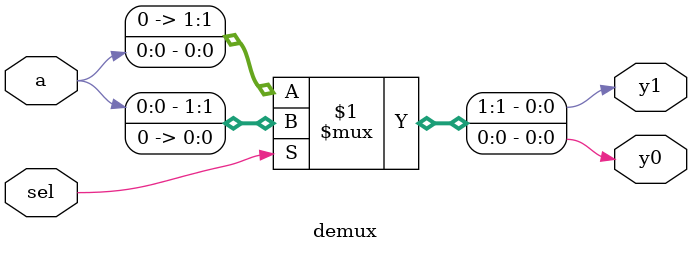
<source format=v>
module demux(a,sel,y0,y1);
  input a;
  input sel;
  output y0,y1;
  assign {y1,y0}=sel?{a,1'b0}:{1'b0,a}; // If select line is 0,y0=in else y1=in
endmodule

</source>
